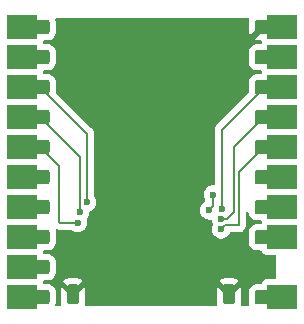
<source format=gbl>
G04 #@! TF.GenerationSoftware,KiCad,Pcbnew,9.0.1+1*
G04 #@! TF.CreationDate,2025-11-11T14:39:57+00:00*
G04 #@! TF.ProjectId,sim-and-sd-card,73696d2d-616e-4642-9d73-642d63617264,rev?*
G04 #@! TF.SameCoordinates,Original*
G04 #@! TF.FileFunction,Copper,L2,Bot*
G04 #@! TF.FilePolarity,Positive*
%FSLAX46Y46*%
G04 Gerber Fmt 4.6, Leading zero omitted, Abs format (unit mm)*
G04 Created by KiCad (PCBNEW 9.0.1+1) date 2025-11-11 14:39:57*
%MOMM*%
%LPD*%
G01*
G04 APERTURE LIST*
G04 #@! TA.AperFunction,CastellatedPad*
%ADD10R,2.540000X2.000000*%
G04 #@! TD*
G04 #@! TA.AperFunction,ViaPad*
%ADD11C,0.600000*%
G04 #@! TD*
G04 #@! TA.AperFunction,Conductor*
%ADD12C,0.200000*%
G04 #@! TD*
G04 APERTURE END LIST*
G04 #@! TA.AperFunction,ComponentPad*
G36*
G01*
X51212400Y-59415956D02*
X51212400Y-58060444D01*
G75*
G02*
X51384644Y-57888200I172244J0D01*
G01*
X52090156Y-57888200D01*
G75*
G02*
X52262400Y-58060444I0J-172244D01*
G01*
X52262400Y-59415956D01*
G75*
G02*
X52090156Y-59588200I-172244J0D01*
G01*
X51384644Y-59588200D01*
G75*
G02*
X51212400Y-59415956I0J172244D01*
G01*
G37*
G04 #@! TD.AperFunction*
G04 #@! TA.AperFunction,ComponentPad*
G36*
G01*
X65452400Y-58060444D02*
X65452400Y-59415956D01*
G75*
G02*
X65280156Y-59588200I-172244J0D01*
G01*
X64574644Y-59588200D01*
G75*
G02*
X64402400Y-59415956I0J172244D01*
G01*
X64402400Y-58060444D01*
G75*
G02*
X64574644Y-57888200I172244J0D01*
G01*
X65280156Y-57888200D01*
G75*
G02*
X65452400Y-58060444I0J-172244D01*
G01*
G37*
G04 #@! TD.AperFunction*
D10*
X69442800Y-58966800D03*
G04 #@! TA.AperFunction,ComponentPad*
G36*
G01*
X67117800Y-59341800D02*
X67117800Y-58591800D01*
G75*
G02*
X67367800Y-58341800I250000J0D01*
G01*
X68117800Y-58341800D01*
G75*
G02*
X68367800Y-58591800I0J-250000D01*
G01*
X68367800Y-59341800D01*
G75*
G02*
X68117800Y-59591800I-250000J0D01*
G01*
X67367800Y-59591800D01*
G75*
G02*
X67117800Y-59341800I0J250000D01*
G01*
G37*
G04 #@! TD.AperFunction*
X69442800Y-53886800D03*
G04 #@! TA.AperFunction,ComponentPad*
G36*
G01*
X67117800Y-54261800D02*
X67117800Y-53511800D01*
G75*
G02*
X67367800Y-53261800I250000J0D01*
G01*
X68117800Y-53261800D01*
G75*
G02*
X68367800Y-53511800I0J-250000D01*
G01*
X68367800Y-54261800D01*
G75*
G02*
X68117800Y-54511800I-250000J0D01*
G01*
X67367800Y-54511800D01*
G75*
G02*
X67117800Y-54261800I0J250000D01*
G01*
G37*
G04 #@! TD.AperFunction*
X69442800Y-51346800D03*
G04 #@! TA.AperFunction,ComponentPad*
G36*
G01*
X67117800Y-51721800D02*
X67117800Y-50971800D01*
G75*
G02*
X67367800Y-50721800I250000J0D01*
G01*
X68117800Y-50721800D01*
G75*
G02*
X68367800Y-50971800I0J-250000D01*
G01*
X68367800Y-51721800D01*
G75*
G02*
X68117800Y-51971800I-250000J0D01*
G01*
X67367800Y-51971800D01*
G75*
G02*
X67117800Y-51721800I0J250000D01*
G01*
G37*
G04 #@! TD.AperFunction*
X69442800Y-48806800D03*
G04 #@! TA.AperFunction,ComponentPad*
G36*
G01*
X67117800Y-49181800D02*
X67117800Y-48431800D01*
G75*
G02*
X67367800Y-48181800I250000J0D01*
G01*
X68117800Y-48181800D01*
G75*
G02*
X68367800Y-48431800I0J-250000D01*
G01*
X68367800Y-49181800D01*
G75*
G02*
X68117800Y-49431800I-250000J0D01*
G01*
X67367800Y-49431800D01*
G75*
G02*
X67117800Y-49181800I0J250000D01*
G01*
G37*
G04 #@! TD.AperFunction*
X69442800Y-46266800D03*
G04 #@! TA.AperFunction,ComponentPad*
G36*
G01*
X67117800Y-46641800D02*
X67117800Y-45891800D01*
G75*
G02*
X67367800Y-45641800I250000J0D01*
G01*
X68117800Y-45641800D01*
G75*
G02*
X68367800Y-45891800I0J-250000D01*
G01*
X68367800Y-46641800D01*
G75*
G02*
X68117800Y-46891800I-250000J0D01*
G01*
X67367800Y-46891800D01*
G75*
G02*
X67117800Y-46641800I0J250000D01*
G01*
G37*
G04 #@! TD.AperFunction*
X69442800Y-43726800D03*
G04 #@! TA.AperFunction,ComponentPad*
G36*
G01*
X67117800Y-44101800D02*
X67117800Y-43351800D01*
G75*
G02*
X67367800Y-43101800I250000J0D01*
G01*
X68117800Y-43101800D01*
G75*
G02*
X68367800Y-43351800I0J-250000D01*
G01*
X68367800Y-44101800D01*
G75*
G02*
X68117800Y-44351800I-250000J0D01*
G01*
X67367800Y-44351800D01*
G75*
G02*
X67117800Y-44101800I0J250000D01*
G01*
G37*
G04 #@! TD.AperFunction*
X69442800Y-41186800D03*
G04 #@! TA.AperFunction,ComponentPad*
G36*
G01*
X67117800Y-41561800D02*
X67117800Y-40811800D01*
G75*
G02*
X67367800Y-40561800I250000J0D01*
G01*
X68117800Y-40561800D01*
G75*
G02*
X68367800Y-40811800I0J-250000D01*
G01*
X68367800Y-41561800D01*
G75*
G02*
X68117800Y-41811800I-250000J0D01*
G01*
X67367800Y-41811800D01*
G75*
G02*
X67117800Y-41561800I0J250000D01*
G01*
G37*
G04 #@! TD.AperFunction*
X69442800Y-38646800D03*
G04 #@! TA.AperFunction,ComponentPad*
G36*
G01*
X67117800Y-39021800D02*
X67117800Y-38271800D01*
G75*
G02*
X67367800Y-38021800I250000J0D01*
G01*
X68117800Y-38021800D01*
G75*
G02*
X68367800Y-38271800I0J-250000D01*
G01*
X68367800Y-39021800D01*
G75*
G02*
X68117800Y-39271800I-250000J0D01*
G01*
X67367800Y-39271800D01*
G75*
G02*
X67117800Y-39021800I0J250000D01*
G01*
G37*
G04 #@! TD.AperFunction*
X69442800Y-36106800D03*
G04 #@! TA.AperFunction,ComponentPad*
G36*
G01*
X67117800Y-36481800D02*
X67117800Y-35731800D01*
G75*
G02*
X67367800Y-35481800I250000J0D01*
G01*
X68117800Y-35481800D01*
G75*
G02*
X68367800Y-35731800I0J-250000D01*
G01*
X68367800Y-36481800D01*
G75*
G02*
X68117800Y-36731800I-250000J0D01*
G01*
X67367800Y-36731800D01*
G75*
G02*
X67117800Y-36481800I0J250000D01*
G01*
G37*
G04 #@! TD.AperFunction*
G04 #@! TA.AperFunction,ComponentPad*
G36*
G01*
X48517800Y-59341800D02*
X48517800Y-58591800D01*
G75*
G02*
X48767800Y-58341800I250000J0D01*
G01*
X49517800Y-58341800D01*
G75*
G02*
X49767800Y-58591800I0J-250000D01*
G01*
X49767800Y-59341800D01*
G75*
G02*
X49517800Y-59591800I-250000J0D01*
G01*
X48767800Y-59591800D01*
G75*
G02*
X48517800Y-59341800I0J250000D01*
G01*
G37*
G04 #@! TD.AperFunction*
X47442800Y-58966800D03*
G04 #@! TA.AperFunction,ComponentPad*
G36*
G01*
X48517800Y-56801800D02*
X48517800Y-56051800D01*
G75*
G02*
X48767800Y-55801800I250000J0D01*
G01*
X49517800Y-55801800D01*
G75*
G02*
X49767800Y-56051800I0J-250000D01*
G01*
X49767800Y-56801800D01*
G75*
G02*
X49517800Y-57051800I-250000J0D01*
G01*
X48767800Y-57051800D01*
G75*
G02*
X48517800Y-56801800I0J250000D01*
G01*
G37*
G04 #@! TD.AperFunction*
X47442800Y-56426800D03*
G04 #@! TA.AperFunction,ComponentPad*
G36*
G01*
X48517800Y-54261800D02*
X48517800Y-53511800D01*
G75*
G02*
X48767800Y-53261800I250000J0D01*
G01*
X49517800Y-53261800D01*
G75*
G02*
X49767800Y-53511800I0J-250000D01*
G01*
X49767800Y-54261800D01*
G75*
G02*
X49517800Y-54511800I-250000J0D01*
G01*
X48767800Y-54511800D01*
G75*
G02*
X48517800Y-54261800I0J250000D01*
G01*
G37*
G04 #@! TD.AperFunction*
X47442800Y-53886800D03*
G04 #@! TA.AperFunction,ComponentPad*
G36*
G01*
X48517800Y-51721800D02*
X48517800Y-50971800D01*
G75*
G02*
X48767800Y-50721800I250000J0D01*
G01*
X49517800Y-50721800D01*
G75*
G02*
X49767800Y-50971800I0J-250000D01*
G01*
X49767800Y-51721800D01*
G75*
G02*
X49517800Y-51971800I-250000J0D01*
G01*
X48767800Y-51971800D01*
G75*
G02*
X48517800Y-51721800I0J250000D01*
G01*
G37*
G04 #@! TD.AperFunction*
X47442800Y-51346800D03*
G04 #@! TA.AperFunction,ComponentPad*
G36*
G01*
X48517800Y-49181800D02*
X48517800Y-48431800D01*
G75*
G02*
X48767800Y-48181800I250000J0D01*
G01*
X49517800Y-48181800D01*
G75*
G02*
X49767800Y-48431800I0J-250000D01*
G01*
X49767800Y-49181800D01*
G75*
G02*
X49517800Y-49431800I-250000J0D01*
G01*
X48767800Y-49431800D01*
G75*
G02*
X48517800Y-49181800I0J250000D01*
G01*
G37*
G04 #@! TD.AperFunction*
X47442800Y-48806800D03*
G04 #@! TA.AperFunction,ComponentPad*
G36*
G01*
X48517800Y-46641800D02*
X48517800Y-45891800D01*
G75*
G02*
X48767800Y-45641800I250000J0D01*
G01*
X49517800Y-45641800D01*
G75*
G02*
X49767800Y-45891800I0J-250000D01*
G01*
X49767800Y-46641800D01*
G75*
G02*
X49517800Y-46891800I-250000J0D01*
G01*
X48767800Y-46891800D01*
G75*
G02*
X48517800Y-46641800I0J250000D01*
G01*
G37*
G04 #@! TD.AperFunction*
X47442800Y-46266800D03*
G04 #@! TA.AperFunction,ComponentPad*
G36*
G01*
X48517800Y-44101800D02*
X48517800Y-43351800D01*
G75*
G02*
X48767800Y-43101800I250000J0D01*
G01*
X49517800Y-43101800D01*
G75*
G02*
X49767800Y-43351800I0J-250000D01*
G01*
X49767800Y-44101800D01*
G75*
G02*
X49517800Y-44351800I-250000J0D01*
G01*
X48767800Y-44351800D01*
G75*
G02*
X48517800Y-44101800I0J250000D01*
G01*
G37*
G04 #@! TD.AperFunction*
X47442800Y-43726800D03*
G04 #@! TA.AperFunction,ComponentPad*
G36*
G01*
X48517800Y-41561800D02*
X48517800Y-40811800D01*
G75*
G02*
X48767800Y-40561800I250000J0D01*
G01*
X49517800Y-40561800D01*
G75*
G02*
X49767800Y-40811800I0J-250000D01*
G01*
X49767800Y-41561800D01*
G75*
G02*
X49517800Y-41811800I-250000J0D01*
G01*
X48767800Y-41811800D01*
G75*
G02*
X48517800Y-41561800I0J250000D01*
G01*
G37*
G04 #@! TD.AperFunction*
X47442800Y-41186800D03*
G04 #@! TA.AperFunction,ComponentPad*
G36*
G01*
X48517800Y-39021800D02*
X48517800Y-38271800D01*
G75*
G02*
X48767800Y-38021800I250000J0D01*
G01*
X49517800Y-38021800D01*
G75*
G02*
X49767800Y-38271800I0J-250000D01*
G01*
X49767800Y-39021800D01*
G75*
G02*
X49517800Y-39271800I-250000J0D01*
G01*
X48767800Y-39271800D01*
G75*
G02*
X48517800Y-39021800I0J250000D01*
G01*
G37*
G04 #@! TD.AperFunction*
X47442800Y-38646800D03*
G04 #@! TA.AperFunction,ComponentPad*
G36*
G01*
X48517800Y-36481800D02*
X48517800Y-35731800D01*
G75*
G02*
X48767800Y-35481800I250000J0D01*
G01*
X49517800Y-35481800D01*
G75*
G02*
X49767800Y-35731800I0J-250000D01*
G01*
X49767800Y-36481800D01*
G75*
G02*
X49517800Y-36731800I-250000J0D01*
G01*
X48767800Y-36731800D01*
G75*
G02*
X48517800Y-36481800I0J250000D01*
G01*
G37*
G04 #@! TD.AperFunction*
X47442800Y-36106800D03*
D11*
X52316000Y-51778600D03*
X63593600Y-50298200D03*
X63263400Y-51600800D03*
X52138200Y-52667600D03*
X51107420Y-41633380D03*
X63472200Y-49060800D03*
X63517400Y-45987400D03*
X65117600Y-37427600D03*
X63472200Y-47945480D03*
X63472200Y-47107400D03*
X52416400Y-43015600D03*
X64279480Y-53208975D03*
X64286884Y-52345080D03*
X64336204Y-51546601D03*
X52916000Y-50940400D03*
D12*
X52316000Y-51778600D02*
X52316000Y-47070000D01*
X52316000Y-47070000D02*
X48972800Y-43726800D01*
X48972800Y-43726800D02*
X48642800Y-43726800D01*
X63593600Y-50298200D02*
X63593600Y-51270600D01*
X63593600Y-51270600D02*
X63263400Y-51600800D01*
X48972800Y-46266800D02*
X48642800Y-46266800D01*
X52138200Y-52667600D02*
X50639600Y-52667600D01*
X50588800Y-52616800D02*
X50588800Y-47882800D01*
X50588800Y-47882800D02*
X48972800Y-46266800D01*
X50639600Y-52667600D02*
X50588800Y-52616800D01*
X63472200Y-49060800D02*
X63472200Y-46032600D01*
X63472200Y-46032600D02*
X63517400Y-45987400D01*
X67903000Y-46266800D02*
X68233000Y-46266800D01*
X64617655Y-52870800D02*
X65778000Y-52870800D01*
X65778000Y-52870800D02*
X65778000Y-48391800D01*
X65778000Y-48391800D02*
X67903000Y-46266800D01*
X64279480Y-53208975D02*
X64617655Y-52870800D01*
X65378000Y-46251800D02*
X67903000Y-43726800D01*
X64805120Y-52345080D02*
X65378000Y-51772200D01*
X67903000Y-43726800D02*
X68233000Y-43726800D01*
X64286884Y-52345080D02*
X64805120Y-52345080D01*
X65378000Y-51772200D02*
X65378000Y-46251800D01*
X67963000Y-41186800D02*
X68233000Y-41186800D01*
X64336204Y-44813596D02*
X67963000Y-41186800D01*
X64336204Y-51546601D02*
X64336204Y-44813596D01*
X48972800Y-41186800D02*
X48642800Y-41186800D01*
X52916000Y-45130000D02*
X48972800Y-41186800D01*
X52916000Y-50940400D02*
X52916000Y-45130000D01*
G04 #@! TA.AperFunction,Conductor*
G36*
X66603739Y-35356985D02*
G01*
X66649494Y-35409789D01*
X66659438Y-35478947D01*
X66654406Y-35500304D01*
X66628294Y-35579102D01*
X66628293Y-35579109D01*
X66617800Y-35681813D01*
X66617800Y-36531771D01*
X66617801Y-36531787D01*
X66628294Y-36634497D01*
X66683441Y-36800919D01*
X66683443Y-36800924D01*
X66687899Y-36808147D01*
X67367800Y-36128246D01*
X67367800Y-36156170D01*
X67393356Y-36251545D01*
X67442725Y-36337055D01*
X67512545Y-36406875D01*
X67598055Y-36456244D01*
X67693430Y-36481800D01*
X67721350Y-36481800D01*
X67041450Y-37161700D01*
X67048675Y-37166157D01*
X67215102Y-37221305D01*
X67215109Y-37221306D01*
X67317819Y-37231799D01*
X67599679Y-37231799D01*
X67620925Y-37238037D01*
X67643009Y-37239616D01*
X67653792Y-37247687D01*
X67666718Y-37251483D01*
X67681218Y-37268217D01*
X67698944Y-37281486D01*
X67709557Y-37300922D01*
X67712473Y-37304287D01*
X67715859Y-37312462D01*
X67723426Y-37332748D01*
X67728413Y-37402439D01*
X67723427Y-37419420D01*
X67715514Y-37440635D01*
X67673643Y-37496568D01*
X67608178Y-37520984D01*
X67599333Y-37521300D01*
X67317799Y-37521300D01*
X67317780Y-37521301D01*
X67215003Y-37531800D01*
X67215000Y-37531801D01*
X67048468Y-37586985D01*
X67048463Y-37586987D01*
X66899142Y-37679089D01*
X66775089Y-37803142D01*
X66682987Y-37952463D01*
X66682986Y-37952466D01*
X66627801Y-38119003D01*
X66627801Y-38119004D01*
X66627800Y-38119004D01*
X66617300Y-38221783D01*
X66617300Y-39071801D01*
X66617301Y-39071819D01*
X66627800Y-39174596D01*
X66627801Y-39174599D01*
X66682985Y-39341131D01*
X66682986Y-39341134D01*
X66775088Y-39490456D01*
X66899144Y-39614512D01*
X67048466Y-39706614D01*
X67215003Y-39761799D01*
X67317791Y-39772300D01*
X67599333Y-39772299D01*
X67620579Y-39778537D01*
X67642662Y-39780116D01*
X67653444Y-39788187D01*
X67666372Y-39791983D01*
X67680873Y-39808718D01*
X67698597Y-39821985D01*
X67709212Y-39841423D01*
X67712127Y-39844787D01*
X67715513Y-39852961D01*
X67723160Y-39873462D01*
X67728147Y-39943152D01*
X67723161Y-39960135D01*
X67715514Y-39980636D01*
X67673641Y-40036569D01*
X67608176Y-40060984D01*
X67599333Y-40061300D01*
X67317799Y-40061300D01*
X67317780Y-40061301D01*
X67215003Y-40071800D01*
X67215000Y-40071801D01*
X67048468Y-40126985D01*
X67048463Y-40126987D01*
X66899142Y-40219089D01*
X66775089Y-40343142D01*
X66682987Y-40492463D01*
X66682986Y-40492466D01*
X66627801Y-40659003D01*
X66627801Y-40659004D01*
X66627800Y-40659004D01*
X66617300Y-40761783D01*
X66617300Y-41611800D01*
X66617302Y-41611821D01*
X66617936Y-41618032D01*
X66605161Y-41686724D01*
X66582258Y-41718305D01*
X63967490Y-44333074D01*
X63855685Y-44444878D01*
X63855684Y-44444880D01*
X63822326Y-44502658D01*
X63776627Y-44581811D01*
X63735703Y-44734539D01*
X63735703Y-44734541D01*
X63735703Y-44902642D01*
X63735704Y-44902655D01*
X63735704Y-49373700D01*
X63716019Y-49440739D01*
X63663215Y-49486494D01*
X63611704Y-49497700D01*
X63514755Y-49497700D01*
X63360110Y-49528461D01*
X63360098Y-49528464D01*
X63214427Y-49588802D01*
X63214414Y-49588809D01*
X63083311Y-49676410D01*
X63083307Y-49676413D01*
X62971813Y-49787907D01*
X62971810Y-49787911D01*
X62884209Y-49919014D01*
X62884202Y-49919027D01*
X62823864Y-50064698D01*
X62823861Y-50064710D01*
X62793100Y-50219353D01*
X62793100Y-50377046D01*
X62823861Y-50531689D01*
X62823864Y-50531701D01*
X62884202Y-50677372D01*
X62884208Y-50677383D01*
X62914187Y-50722250D01*
X62935064Y-50788928D01*
X62916579Y-50856308D01*
X62879975Y-50894242D01*
X62753111Y-50979010D01*
X62753107Y-50979013D01*
X62641613Y-51090507D01*
X62641610Y-51090511D01*
X62554009Y-51221614D01*
X62554002Y-51221627D01*
X62493664Y-51367298D01*
X62493661Y-51367310D01*
X62462900Y-51521953D01*
X62462900Y-51679646D01*
X62493661Y-51834289D01*
X62493664Y-51834301D01*
X62554002Y-51979972D01*
X62554009Y-51979985D01*
X62641610Y-52111088D01*
X62641613Y-52111092D01*
X62753107Y-52222586D01*
X62753111Y-52222589D01*
X62884214Y-52310190D01*
X62884227Y-52310197D01*
X63029898Y-52370535D01*
X63029903Y-52370537D01*
X63151237Y-52394672D01*
X63184553Y-52401299D01*
X63184556Y-52401300D01*
X63184558Y-52401300D01*
X63342242Y-52401300D01*
X63354950Y-52398772D01*
X63424540Y-52404998D01*
X63479719Y-52447860D01*
X63500760Y-52496197D01*
X63517145Y-52578571D01*
X63517148Y-52578581D01*
X63576442Y-52721731D01*
X63583911Y-52791200D01*
X63571248Y-52827620D01*
X63570087Y-52829791D01*
X63509744Y-52975473D01*
X63509741Y-52975485D01*
X63478980Y-53130128D01*
X63478980Y-53287821D01*
X63509741Y-53442464D01*
X63509744Y-53442476D01*
X63570082Y-53588147D01*
X63570089Y-53588160D01*
X63657690Y-53719263D01*
X63657693Y-53719267D01*
X63769187Y-53830761D01*
X63769191Y-53830764D01*
X63900294Y-53918365D01*
X63900307Y-53918372D01*
X64045978Y-53978710D01*
X64045983Y-53978712D01*
X64200633Y-54009474D01*
X64200636Y-54009475D01*
X64200638Y-54009475D01*
X64358324Y-54009475D01*
X64358325Y-54009474D01*
X64512977Y-53978712D01*
X64658659Y-53918369D01*
X64789769Y-53830764D01*
X64901269Y-53719264D01*
X64988874Y-53588154D01*
X65005569Y-53547847D01*
X65049409Y-53493444D01*
X65115703Y-53471379D01*
X65120130Y-53471300D01*
X65857055Y-53471300D01*
X65857057Y-53471300D01*
X66009784Y-53430377D01*
X66146716Y-53351320D01*
X66258520Y-53239516D01*
X66337577Y-53102584D01*
X66378500Y-52949857D01*
X66378500Y-51868177D01*
X66398185Y-51801138D01*
X66450989Y-51755383D01*
X66520147Y-51745439D01*
X66583703Y-51774464D01*
X66621477Y-51833242D01*
X66625858Y-51855576D01*
X66627800Y-51874596D01*
X66627801Y-51874599D01*
X66662719Y-51979972D01*
X66682986Y-52041134D01*
X66775088Y-52190456D01*
X66899144Y-52314512D01*
X67048466Y-52406614D01*
X67215003Y-52461799D01*
X67317791Y-52472300D01*
X67599333Y-52472299D01*
X67620579Y-52478537D01*
X67642662Y-52480116D01*
X67653444Y-52488187D01*
X67666372Y-52491983D01*
X67680873Y-52508718D01*
X67698597Y-52521985D01*
X67709212Y-52541423D01*
X67712127Y-52544787D01*
X67715513Y-52552961D01*
X67723160Y-52573462D01*
X67728147Y-52643152D01*
X67723161Y-52660135D01*
X67715514Y-52680636D01*
X67673641Y-52736569D01*
X67608176Y-52760984D01*
X67599333Y-52761300D01*
X67317799Y-52761300D01*
X67317780Y-52761301D01*
X67215003Y-52771800D01*
X67215000Y-52771801D01*
X67048468Y-52826985D01*
X67048463Y-52826987D01*
X66899142Y-52919089D01*
X66775089Y-53043142D01*
X66682987Y-53192463D01*
X66682986Y-53192466D01*
X66627801Y-53359003D01*
X66627801Y-53359004D01*
X66627800Y-53359004D01*
X66617300Y-53461783D01*
X66617300Y-54311801D01*
X66617301Y-54311819D01*
X66627800Y-54414596D01*
X66627801Y-54414599D01*
X66682985Y-54581131D01*
X66682986Y-54581134D01*
X66775088Y-54730456D01*
X66899144Y-54854512D01*
X67048466Y-54946614D01*
X67215003Y-55001799D01*
X67317791Y-55012300D01*
X67599333Y-55012299D01*
X67666372Y-55031983D01*
X67712127Y-55084787D01*
X67715514Y-55092964D01*
X67729004Y-55129132D01*
X67729005Y-55129134D01*
X67815252Y-55244344D01*
X67815255Y-55244347D01*
X67930464Y-55330593D01*
X67930471Y-55330597D01*
X68065317Y-55380891D01*
X68065316Y-55380891D01*
X68072244Y-55381635D01*
X68124927Y-55387300D01*
X68818300Y-55387299D01*
X68885339Y-55406983D01*
X68931094Y-55459787D01*
X68942300Y-55511299D01*
X68942300Y-57342300D01*
X68922615Y-57409339D01*
X68869811Y-57455094D01*
X68818300Y-57466300D01*
X68124929Y-57466300D01*
X68124923Y-57466301D01*
X68065316Y-57472708D01*
X67930471Y-57523002D01*
X67930464Y-57523006D01*
X67815255Y-57609252D01*
X67815252Y-57609255D01*
X67729005Y-57724465D01*
X67715514Y-57760636D01*
X67673641Y-57816569D01*
X67608176Y-57840984D01*
X67599333Y-57841300D01*
X67317799Y-57841300D01*
X67317780Y-57841301D01*
X67215003Y-57851800D01*
X67215000Y-57851801D01*
X67048468Y-57906985D01*
X67048463Y-57906987D01*
X66899142Y-57999089D01*
X66775089Y-58123142D01*
X66682987Y-58272463D01*
X66682986Y-58272466D01*
X66627801Y-58439003D01*
X66627801Y-58439004D01*
X66627800Y-58439004D01*
X66617300Y-58541783D01*
X66617300Y-59391801D01*
X66617301Y-59391819D01*
X66627800Y-59494596D01*
X66627801Y-59494599D01*
X66653879Y-59573296D01*
X66656281Y-59643124D01*
X66620549Y-59703166D01*
X66558029Y-59734359D01*
X66536173Y-59736300D01*
X66052979Y-59736300D01*
X65985940Y-59716615D01*
X65940185Y-59663811D01*
X65930241Y-59594653D01*
X65934594Y-59575409D01*
X65946244Y-59538020D01*
X65952399Y-59470283D01*
X65952399Y-58066752D01*
X65952398Y-58066751D01*
X65191856Y-58827294D01*
X65130533Y-58860779D01*
X65060841Y-58855795D01*
X65016494Y-58827294D01*
X64987400Y-58798200D01*
X64987400Y-58324648D01*
X65741228Y-57570820D01*
X65697785Y-57527377D01*
X65697780Y-57527373D01*
X65558081Y-57442923D01*
X65558074Y-57442920D01*
X65402221Y-57394355D01*
X65402223Y-57394355D01*
X65334483Y-57388200D01*
X64520305Y-57388200D01*
X64452585Y-57394353D01*
X64452578Y-57394355D01*
X64296725Y-57442920D01*
X64296718Y-57442923D01*
X64157019Y-57527373D01*
X64157014Y-57527377D01*
X64113572Y-57570820D01*
X64667754Y-58125002D01*
X64617848Y-58174909D01*
X64587400Y-58248418D01*
X64587400Y-58751752D01*
X63902400Y-58066752D01*
X63902400Y-59470294D01*
X63908553Y-59538014D01*
X63908554Y-59538018D01*
X63920206Y-59575409D01*
X63921358Y-59645269D01*
X63884557Y-59704662D01*
X63821488Y-59734730D01*
X63801821Y-59736300D01*
X52862979Y-59736300D01*
X52795940Y-59716615D01*
X52750185Y-59663811D01*
X52740241Y-59594653D01*
X52744594Y-59575409D01*
X52756244Y-59538020D01*
X52762399Y-59470283D01*
X52762399Y-58066752D01*
X52762398Y-58066751D01*
X52077400Y-58751749D01*
X52077400Y-58248418D01*
X52046952Y-58174909D01*
X51997045Y-58125002D01*
X52551228Y-57570820D01*
X52507785Y-57527377D01*
X52507780Y-57527373D01*
X52368081Y-57442923D01*
X52368074Y-57442920D01*
X52212221Y-57394355D01*
X52212223Y-57394355D01*
X52144483Y-57388200D01*
X51330305Y-57388200D01*
X51262585Y-57394353D01*
X51262578Y-57394355D01*
X51106725Y-57442920D01*
X51106718Y-57442923D01*
X50967019Y-57527373D01*
X50967014Y-57527377D01*
X50923572Y-57570820D01*
X51677400Y-58324648D01*
X51677400Y-58798200D01*
X51648305Y-58827295D01*
X51586982Y-58860780D01*
X51517290Y-58855796D01*
X51472943Y-58827295D01*
X50712400Y-58066752D01*
X50712400Y-59470294D01*
X50718553Y-59538014D01*
X50718554Y-59538018D01*
X50730206Y-59575409D01*
X50731358Y-59645269D01*
X50694557Y-59704662D01*
X50631488Y-59734730D01*
X50611821Y-59736300D01*
X50349426Y-59736300D01*
X50282387Y-59716615D01*
X50236632Y-59663811D01*
X50226688Y-59594653D01*
X50231718Y-59573303D01*
X50257799Y-59494597D01*
X50268300Y-59391809D01*
X50268299Y-58541792D01*
X50257799Y-58439003D01*
X50202614Y-58272466D01*
X50110512Y-58123144D01*
X49986456Y-57999088D01*
X49837134Y-57906986D01*
X49670597Y-57851801D01*
X49670595Y-57851800D01*
X49567816Y-57841300D01*
X49567809Y-57841300D01*
X49286266Y-57841300D01*
X49265020Y-57835061D01*
X49242932Y-57833482D01*
X49232148Y-57825409D01*
X49219227Y-57821615D01*
X49204727Y-57804881D01*
X49186999Y-57791610D01*
X49176385Y-57772173D01*
X49173472Y-57768811D01*
X49170084Y-57760633D01*
X49162438Y-57740133D01*
X49157454Y-57670441D01*
X49162439Y-57653464D01*
X49170086Y-57632963D01*
X49211959Y-57577030D01*
X49277424Y-57552615D01*
X49286267Y-57552299D01*
X49567802Y-57552299D01*
X49567808Y-57552299D01*
X49670597Y-57541799D01*
X49837134Y-57486614D01*
X49986456Y-57394512D01*
X50110512Y-57270456D01*
X50202614Y-57121134D01*
X50257799Y-56954597D01*
X50268300Y-56851809D01*
X50268299Y-56001792D01*
X50257799Y-55899003D01*
X50202614Y-55732466D01*
X50110512Y-55583144D01*
X49986456Y-55459088D01*
X49893688Y-55401869D01*
X49837136Y-55366987D01*
X49837131Y-55366985D01*
X49835662Y-55366498D01*
X49670597Y-55311801D01*
X49670595Y-55311800D01*
X49567816Y-55301300D01*
X49567809Y-55301300D01*
X49286266Y-55301300D01*
X49265020Y-55295061D01*
X49242932Y-55293482D01*
X49232148Y-55285409D01*
X49219227Y-55281615D01*
X49204727Y-55264881D01*
X49186999Y-55251610D01*
X49176385Y-55232173D01*
X49173472Y-55228811D01*
X49170084Y-55220633D01*
X49162438Y-55200133D01*
X49157454Y-55130441D01*
X49162439Y-55113464D01*
X49170086Y-55092963D01*
X49211959Y-55037030D01*
X49277424Y-55012615D01*
X49286267Y-55012299D01*
X49567802Y-55012299D01*
X49567808Y-55012299D01*
X49670597Y-55001799D01*
X49837134Y-54946614D01*
X49986456Y-54854512D01*
X50110512Y-54730456D01*
X50202614Y-54581134D01*
X50257799Y-54414597D01*
X50268300Y-54311809D01*
X50268299Y-53461792D01*
X50258009Y-53361063D01*
X50270778Y-53292373D01*
X50318659Y-53241489D01*
X50386449Y-53224568D01*
X50413455Y-53228688D01*
X50560543Y-53268100D01*
X50718657Y-53268100D01*
X51558434Y-53268100D01*
X51625473Y-53287785D01*
X51627325Y-53288998D01*
X51759014Y-53376990D01*
X51759027Y-53376997D01*
X51887900Y-53430377D01*
X51904703Y-53437337D01*
X52027601Y-53461783D01*
X52059353Y-53468099D01*
X52059356Y-53468100D01*
X52059358Y-53468100D01*
X52217044Y-53468100D01*
X52217045Y-53468099D01*
X52371697Y-53437337D01*
X52517379Y-53376994D01*
X52648489Y-53289389D01*
X52759989Y-53177889D01*
X52847594Y-53046779D01*
X52849101Y-53043142D01*
X52877125Y-52975485D01*
X52907937Y-52901097D01*
X52938700Y-52746442D01*
X52938700Y-52588758D01*
X52938700Y-52588755D01*
X52938699Y-52588753D01*
X52931579Y-52552961D01*
X52907937Y-52434103D01*
X52905857Y-52429083D01*
X52898384Y-52359617D01*
X52929654Y-52297135D01*
X52932685Y-52293992D01*
X52937789Y-52288889D01*
X53025394Y-52157779D01*
X53085737Y-52012097D01*
X53116500Y-51857442D01*
X53116500Y-51806659D01*
X53136185Y-51739620D01*
X53188989Y-51693865D01*
X53193048Y-51692098D01*
X53295172Y-51649797D01*
X53295172Y-51649796D01*
X53295179Y-51649794D01*
X53426289Y-51562189D01*
X53537789Y-51450689D01*
X53625394Y-51319579D01*
X53685737Y-51173897D01*
X53716500Y-51019242D01*
X53716500Y-50861558D01*
X53716500Y-50861555D01*
X53716499Y-50861553D01*
X53711818Y-50838021D01*
X53685737Y-50706903D01*
X53673505Y-50677372D01*
X53625397Y-50561227D01*
X53625390Y-50561214D01*
X53537398Y-50429525D01*
X53516520Y-50362847D01*
X53516500Y-50360634D01*
X53516500Y-45219059D01*
X53516501Y-45219046D01*
X53516501Y-45050945D01*
X53516501Y-45050943D01*
X53475577Y-44898215D01*
X53443005Y-44841799D01*
X53396520Y-44761284D01*
X53284716Y-44649480D01*
X53284715Y-44649479D01*
X53280385Y-44645149D01*
X53280374Y-44645139D01*
X50304618Y-41669383D01*
X50271133Y-41608060D01*
X50268299Y-41581710D01*
X50268299Y-40761792D01*
X50257799Y-40659003D01*
X50202614Y-40492466D01*
X50110512Y-40343144D01*
X49986456Y-40219088D01*
X49837134Y-40126986D01*
X49670597Y-40071801D01*
X49670595Y-40071800D01*
X49567816Y-40061300D01*
X49567809Y-40061300D01*
X49286266Y-40061300D01*
X49265020Y-40055061D01*
X49242932Y-40053482D01*
X49232148Y-40045409D01*
X49219227Y-40041615D01*
X49204727Y-40024881D01*
X49186999Y-40011610D01*
X49176385Y-39992173D01*
X49173472Y-39988811D01*
X49170084Y-39980633D01*
X49162438Y-39960133D01*
X49157454Y-39890441D01*
X49162439Y-39873464D01*
X49170086Y-39852963D01*
X49211959Y-39797030D01*
X49277424Y-39772615D01*
X49286267Y-39772299D01*
X49567802Y-39772299D01*
X49567808Y-39772299D01*
X49670597Y-39761799D01*
X49837134Y-39706614D01*
X49986456Y-39614512D01*
X50110512Y-39490456D01*
X50202614Y-39341134D01*
X50257799Y-39174597D01*
X50268300Y-39071809D01*
X50268299Y-38221792D01*
X50257799Y-38119003D01*
X50202614Y-37952466D01*
X50110512Y-37803144D01*
X49986456Y-37679088D01*
X49837134Y-37586986D01*
X49670597Y-37531801D01*
X49670595Y-37531800D01*
X49567816Y-37521300D01*
X49567809Y-37521300D01*
X49286266Y-37521300D01*
X49265020Y-37515061D01*
X49242932Y-37513482D01*
X49232148Y-37505409D01*
X49219227Y-37501615D01*
X49204727Y-37484881D01*
X49186999Y-37471610D01*
X49176385Y-37452173D01*
X49173472Y-37448811D01*
X49170084Y-37440633D01*
X49162438Y-37420133D01*
X49157454Y-37350441D01*
X49162439Y-37333464D01*
X49170086Y-37312963D01*
X49211959Y-37257030D01*
X49277424Y-37232615D01*
X49286267Y-37232299D01*
X49567802Y-37232299D01*
X49567808Y-37232299D01*
X49670597Y-37221799D01*
X49837134Y-37166614D01*
X49986456Y-37074512D01*
X50110512Y-36950456D01*
X50202614Y-36801134D01*
X50257799Y-36634597D01*
X50268300Y-36531809D01*
X50268299Y-35681792D01*
X50257799Y-35579003D01*
X50257318Y-35577553D01*
X50231721Y-35500304D01*
X50229319Y-35430476D01*
X50265051Y-35370434D01*
X50327571Y-35339241D01*
X50349427Y-35337300D01*
X66536700Y-35337300D01*
X66603739Y-35356985D01*
G37*
G04 #@! TD.AperFunction*
M02*

</source>
